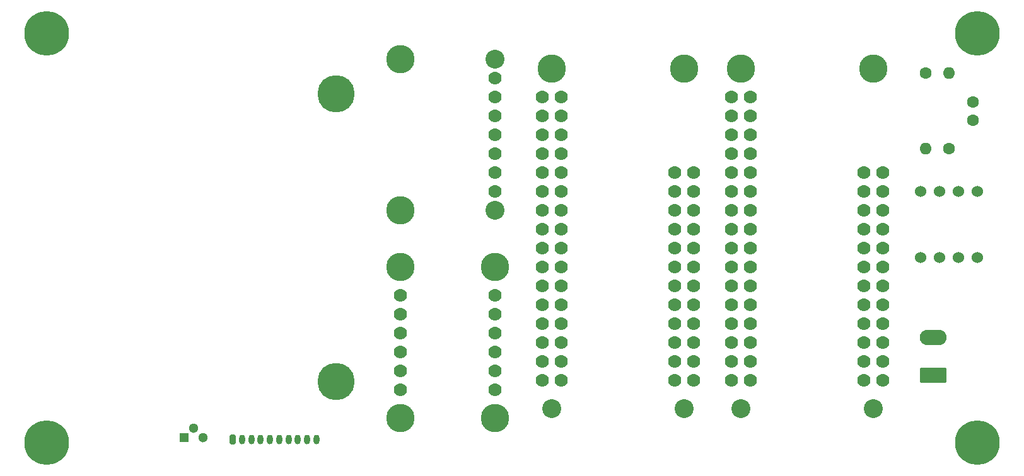
<source format=gts>
G04 #@! TF.GenerationSoftware,KiCad,Pcbnew,8.0.0*
G04 #@! TF.CreationDate,2024-04-24T13:51:03+02:00*
G04 #@! TF.ProjectId,Cryologger ITB,4372796f-6c6f-4676-9765-72204954422e,v3.2*
G04 #@! TF.SameCoordinates,Original*
G04 #@! TF.FileFunction,Soldermask,Top*
G04 #@! TF.FilePolarity,Negative*
%FSLAX46Y46*%
G04 Gerber Fmt 4.6, Leading zero omitted, Abs format (unit mm)*
G04 Created by KiCad (PCBNEW 8.0.0) date 2024-04-24 13:51:03*
%MOMM*%
%LPD*%
G01*
G04 APERTURE LIST*
G04 Aperture macros list*
%AMRoundRect*
0 Rectangle with rounded corners*
0 $1 Rounding radius*
0 $2 $3 $4 $5 $6 $7 $8 $9 X,Y pos of 4 corners*
0 Add a 4 corners polygon primitive as box body*
4,1,4,$2,$3,$4,$5,$6,$7,$8,$9,$2,$3,0*
0 Add four circle primitives for the rounded corners*
1,1,$1+$1,$2,$3*
1,1,$1+$1,$4,$5*
1,1,$1+$1,$6,$7*
1,1,$1+$1,$8,$9*
0 Add four rect primitives between the rounded corners*
20,1,$1+$1,$2,$3,$4,$5,0*
20,1,$1+$1,$4,$5,$6,$7,0*
20,1,$1+$1,$6,$7,$8,$9,0*
20,1,$1+$1,$8,$9,$2,$3,0*%
G04 Aperture macros list end*
%ADD10C,3.810000*%
%ADD11C,1.778000*%
%ADD12C,6.000000*%
%ADD13C,4.999990*%
%ADD14RoundRect,0.200000X-0.200000X-0.450000X0.200000X-0.450000X0.200000X0.450000X-0.200000X0.450000X0*%
%ADD15O,0.800000X1.300000*%
%ADD16RoundRect,0.249999X1.550001X-0.790001X1.550001X0.790001X-1.550001X0.790001X-1.550001X-0.790001X0*%
%ADD17O,3.600000X2.080000*%
%ADD18C,1.524000*%
%ADD19C,1.600000*%
%ADD20O,1.600000X1.600000*%
%ADD21R,1.300000X1.300000*%
%ADD22C,1.300000*%
%ADD23C,2.540000*%
G04 APERTURE END LIST*
D10*
X134620000Y-99400000D03*
D11*
X134620000Y-103210000D03*
X134620000Y-105750000D03*
X134620000Y-108290000D03*
X134620000Y-110830000D03*
X134620000Y-113370000D03*
X134620000Y-115910000D03*
D10*
X134620000Y-119720000D03*
X147320000Y-99400000D03*
X147320000Y-119720000D03*
D11*
X147320000Y-115910000D03*
X147320000Y-113370000D03*
X147320000Y-110830000D03*
X147320000Y-108290000D03*
X147320000Y-105750000D03*
X147320000Y-103210000D03*
D12*
X87090000Y-68000000D03*
X212090000Y-123000000D03*
X212090000Y-68000000D03*
X87090000Y-123000000D03*
D13*
X125940000Y-76150000D03*
X125940000Y-114850000D03*
D14*
X112068000Y-122610000D03*
D15*
X113318000Y-122610000D03*
X114568000Y-122610000D03*
X115818000Y-122610000D03*
X117068000Y-122610000D03*
X118318000Y-122610000D03*
X119568000Y-122610000D03*
X120818000Y-122610000D03*
X122068000Y-122610000D03*
X123318000Y-122610000D03*
D16*
X206090000Y-114000000D03*
D17*
X206090000Y-108920000D03*
D18*
X204470000Y-89240000D03*
X207010000Y-89240000D03*
X209550000Y-89240000D03*
X212090000Y-89240000D03*
D19*
X208280000Y-83525000D03*
D20*
X208280000Y-73365000D03*
D18*
X204470000Y-98130000D03*
X207010000Y-98130000D03*
X209550000Y-98130000D03*
X212090000Y-98130000D03*
D21*
X105538000Y-122356000D03*
D22*
X106808000Y-121086000D03*
X108078000Y-122356000D03*
D19*
X205105000Y-73365000D03*
D20*
X205105000Y-83525000D03*
D10*
X154940000Y-72730000D03*
D23*
X154940000Y-118450000D03*
D10*
X172720000Y-72730000D03*
D23*
X172720000Y-118450000D03*
D11*
X153670000Y-76540000D03*
X156210000Y-76540000D03*
X153670000Y-79080000D03*
X156210000Y-79080000D03*
X153670000Y-81620000D03*
X156210000Y-81620000D03*
X153670000Y-84160000D03*
X156210000Y-84160000D03*
X153670000Y-86700000D03*
X156210000Y-86700000D03*
X153670000Y-89240000D03*
X156210000Y-89240000D03*
X153670000Y-91780000D03*
X156210000Y-91780000D03*
X153670000Y-94320000D03*
X156210000Y-94320000D03*
X153670000Y-96860000D03*
X156210000Y-96860000D03*
X153670000Y-99400000D03*
X156210000Y-99400000D03*
X153670000Y-101940000D03*
X156210000Y-101940000D03*
X153670000Y-104480000D03*
X156210000Y-104480000D03*
X153670000Y-107020000D03*
X156210000Y-107020000D03*
X153670000Y-109560000D03*
X156210000Y-109560000D03*
X153670000Y-112100000D03*
X156210000Y-112100000D03*
X153670000Y-114640000D03*
X156210000Y-114640000D03*
X171450000Y-114640000D03*
X173990000Y-114640000D03*
X171450000Y-112100000D03*
X173990000Y-112100000D03*
X171450000Y-109560000D03*
X173990000Y-109560000D03*
X171450000Y-107020000D03*
X173990000Y-107020000D03*
X171450000Y-104480000D03*
X173990000Y-104480000D03*
X171450000Y-101940000D03*
X173990000Y-101940000D03*
X171450000Y-99400000D03*
X173990000Y-99400000D03*
X171450000Y-96860000D03*
X173990000Y-96860000D03*
X171450000Y-94320000D03*
X173990000Y-94320000D03*
X171450000Y-91780000D03*
X173990000Y-91780000D03*
X171450000Y-89240000D03*
X173990000Y-89240000D03*
X171450000Y-86700000D03*
X173990000Y-86700000D03*
D10*
X134620000Y-71460000D03*
X134620000Y-91780000D03*
D23*
X147320000Y-71460000D03*
X147320000Y-91780000D03*
D11*
X147320000Y-89240000D03*
X147320000Y-86700000D03*
X147320000Y-84160000D03*
X147320000Y-81620000D03*
X147320000Y-79080000D03*
X147320000Y-76540000D03*
X147320000Y-74000000D03*
D19*
X211455000Y-77215000D03*
X211455000Y-79715000D03*
D10*
X180340000Y-72730000D03*
D23*
X180340000Y-118450000D03*
D10*
X198120000Y-72730000D03*
D23*
X198120000Y-118450000D03*
D11*
X179070000Y-76540000D03*
X181610000Y-76540000D03*
X179070000Y-79080000D03*
X181610000Y-79080000D03*
X179070000Y-81620000D03*
X181610000Y-81620000D03*
X179070000Y-84160000D03*
X181610000Y-84160000D03*
X179070000Y-86700000D03*
X181610000Y-86700000D03*
X179070000Y-89240000D03*
X181610000Y-89240000D03*
X179070000Y-91780000D03*
X181610000Y-91780000D03*
X179070000Y-94320000D03*
X181610000Y-94320000D03*
X179070000Y-96860000D03*
X181610000Y-96860000D03*
X179070000Y-99400000D03*
X181610000Y-99400000D03*
X179070000Y-101940000D03*
X181610000Y-101940000D03*
X179070000Y-104480000D03*
X181610000Y-104480000D03*
X179070000Y-107020000D03*
X181610000Y-107020000D03*
X179070000Y-109560000D03*
X181610000Y-109560000D03*
X179070000Y-112100000D03*
X181610000Y-112100000D03*
X179070000Y-114640000D03*
X181610000Y-114640000D03*
X196850000Y-114640000D03*
X199390000Y-114640000D03*
X196850000Y-112100000D03*
X199390000Y-112100000D03*
X196850000Y-109560000D03*
X199390000Y-109560000D03*
X196850000Y-107020000D03*
X199390000Y-107020000D03*
X196850000Y-104480000D03*
X199390000Y-104480000D03*
X196850000Y-101940000D03*
X199390000Y-101940000D03*
X196850000Y-99400000D03*
X199390000Y-99400000D03*
X196850000Y-96860000D03*
X199390000Y-96860000D03*
X196850000Y-94320000D03*
X199390000Y-94320000D03*
X196850000Y-91780000D03*
X199390000Y-91780000D03*
X196850000Y-89240000D03*
X199390000Y-89240000D03*
X196850000Y-86700000D03*
X199390000Y-86700000D03*
M02*

</source>
